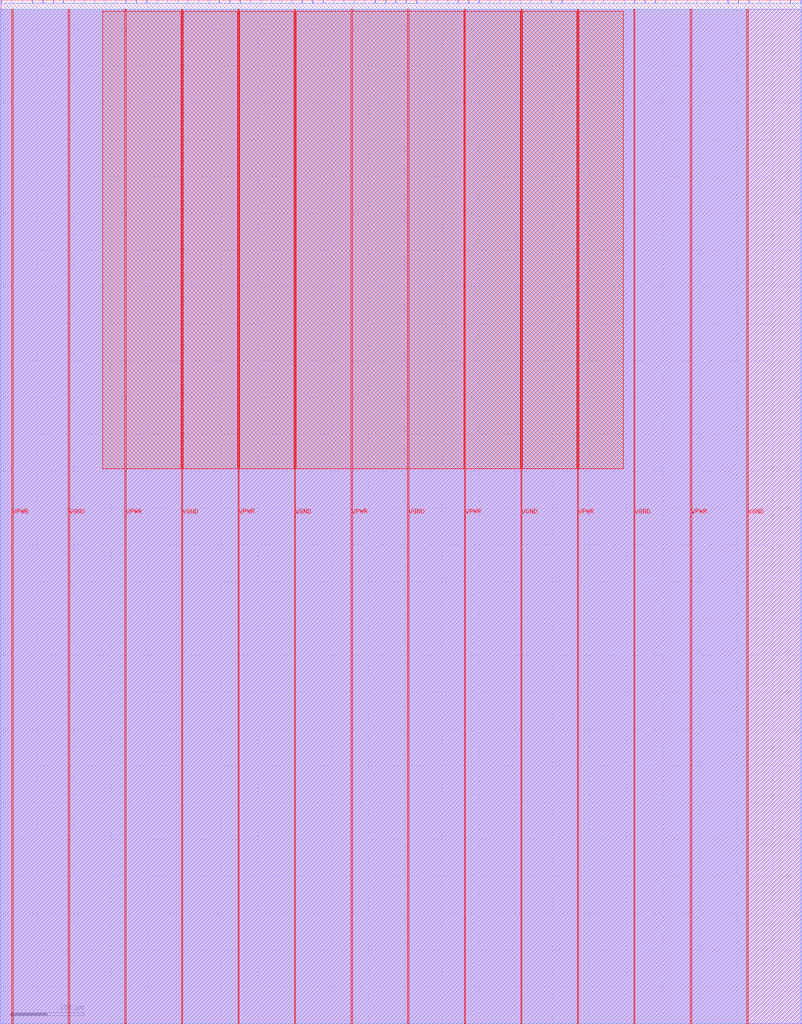
<source format=lef>
VERSION 5.7 ;
  NOWIREEXTENSIONATPIN ON ;
  DIVIDERCHAR "/" ;
  BUSBITCHARS "[]" ;
MACRO DFFRAM
  CLASS BLOCK ;
  FOREIGN DFFRAM ;
  ORIGIN 0.000 0.000 ;
  SIZE 1089.200 BY 1389.360 ;
  PIN A[0]
    DIRECTION INPUT ;
    USE SIGNAL ;
    PORT
      LAYER met2 ;
        RECT 452.460 1385.360 452.740 1389.360 ;
    END
  END A[0]
  PIN A[1]
    DIRECTION INPUT ;
    USE SIGNAL ;
    PORT
      LAYER met2 ;
        RECT 466.720 1385.360 467.000 1389.360 ;
    END
  END A[1]
  PIN A[2]
    DIRECTION INPUT ;
    USE SIGNAL ;
    PORT
      LAYER met2 ;
        RECT 480.980 1385.360 481.260 1389.360 ;
    END
  END A[2]
  PIN A[3]
    DIRECTION INPUT ;
    USE SIGNAL ;
    PORT
      LAYER met2 ;
        RECT 494.780 1385.360 495.060 1389.360 ;
    END
  END A[3]
  PIN A[4]
    DIRECTION INPUT ;
    USE SIGNAL ;
    PORT
      LAYER met2 ;
        RECT 509.040 1385.360 509.320 1389.360 ;
    END
  END A[4]
  PIN A[5]
    DIRECTION INPUT ;
    USE SIGNAL ;
    PORT
      LAYER met2 ;
        RECT 523.300 1385.360 523.580 1389.360 ;
    END
  END A[5]
  PIN A[6]
    DIRECTION INPUT ;
    USE SIGNAL ;
    PORT
      LAYER met2 ;
        RECT 537.100 1385.360 537.380 1389.360 ;
    END
  END A[6]
  PIN A[7]
    DIRECTION INPUT ;
    USE SIGNAL ;
    PORT
      LAYER met2 ;
        RECT 551.360 1385.360 551.640 1389.360 ;
    END
  END A[7]
  PIN CLK
    DIRECTION INPUT ;
    USE SIGNAL ;
    PORT
      LAYER met2 ;
        RECT 565.620 1385.360 565.900 1389.360 ;
    END
  END CLK
  PIN Di[0]
    DIRECTION INPUT ;
    USE SIGNAL ;
    PORT
      LAYER met2 ;
        RECT 650.260 1385.360 650.540 1389.360 ;
    END
  END Di[0]
  PIN Di[10]
    DIRECTION INPUT ;
    USE SIGNAL ;
    PORT
      LAYER met2 ;
        RECT 791.020 1385.360 791.300 1389.360 ;
    END
  END Di[10]
  PIN Di[11]
    DIRECTION INPUT ;
    USE SIGNAL ;
    PORT
      LAYER met2 ;
        RECT 805.280 1385.360 805.560 1389.360 ;
    END
  END Di[11]
  PIN Di[12]
    DIRECTION INPUT ;
    USE SIGNAL ;
    PORT
      LAYER met2 ;
        RECT 819.080 1385.360 819.360 1389.360 ;
    END
  END Di[12]
  PIN Di[13]
    DIRECTION INPUT ;
    USE SIGNAL ;
    PORT
      LAYER met2 ;
        RECT 833.340 1385.360 833.620 1389.360 ;
    END
  END Di[13]
  PIN Di[14]
    DIRECTION INPUT ;
    USE SIGNAL ;
    PORT
      LAYER met2 ;
        RECT 847.600 1385.360 847.880 1389.360 ;
    END
  END Di[14]
  PIN Di[15]
    DIRECTION INPUT ;
    USE SIGNAL ;
    PORT
      LAYER met2 ;
        RECT 861.400 1385.360 861.680 1389.360 ;
    END
  END Di[15]
  PIN Di[16]
    DIRECTION INPUT ;
    USE SIGNAL ;
    PORT
      LAYER met2 ;
        RECT 875.660 1385.360 875.940 1389.360 ;
    END
  END Di[16]
  PIN Di[17]
    DIRECTION INPUT ;
    USE SIGNAL ;
    PORT
      LAYER met2 ;
        RECT 889.920 1385.360 890.200 1389.360 ;
    END
  END Di[17]
  PIN Di[18]
    DIRECTION INPUT ;
    USE SIGNAL ;
    PORT
      LAYER met2 ;
        RECT 903.720 1385.360 904.000 1389.360 ;
    END
  END Di[18]
  PIN Di[19]
    DIRECTION INPUT ;
    USE SIGNAL ;
    PORT
      LAYER met2 ;
        RECT 917.980 1385.360 918.260 1389.360 ;
    END
  END Di[19]
  PIN Di[1]
    DIRECTION INPUT ;
    USE SIGNAL ;
    PORT
      LAYER met2 ;
        RECT 664.060 1385.360 664.340 1389.360 ;
    END
  END Di[1]
  PIN Di[20]
    DIRECTION INPUT ;
    USE SIGNAL ;
    PORT
      LAYER met2 ;
        RECT 932.240 1385.360 932.520 1389.360 ;
    END
  END Di[20]
  PIN Di[21]
    DIRECTION INPUT ;
    USE SIGNAL ;
    PORT
      LAYER met2 ;
        RECT 946.040 1385.360 946.320 1389.360 ;
    END
  END Di[21]
  PIN Di[22]
    DIRECTION INPUT ;
    USE SIGNAL ;
    PORT
      LAYER met2 ;
        RECT 960.300 1385.360 960.580 1389.360 ;
    END
  END Di[22]
  PIN Di[23]
    DIRECTION INPUT ;
    USE SIGNAL ;
    PORT
      LAYER met2 ;
        RECT 974.560 1385.360 974.840 1389.360 ;
    END
  END Di[23]
  PIN Di[24]
    DIRECTION INPUT ;
    USE SIGNAL ;
    PORT
      LAYER met2 ;
        RECT 988.360 1385.360 988.640 1389.360 ;
    END
  END Di[24]
  PIN Di[25]
    DIRECTION INPUT ;
    USE SIGNAL ;
    PORT
      LAYER met2 ;
        RECT 1002.620 1385.360 1002.900 1389.360 ;
    END
  END Di[25]
  PIN Di[26]
    DIRECTION INPUT ;
    USE SIGNAL ;
    PORT
      LAYER met2 ;
        RECT 1016.880 1385.360 1017.160 1389.360 ;
    END
  END Di[26]
  PIN Di[27]
    DIRECTION INPUT ;
    USE SIGNAL ;
    PORT
      LAYER met2 ;
        RECT 1030.680 1385.360 1030.960 1389.360 ;
    END
  END Di[27]
  PIN Di[28]
    DIRECTION INPUT ;
    USE SIGNAL ;
    PORT
      LAYER met2 ;
        RECT 1044.940 1385.360 1045.220 1389.360 ;
    END
  END Di[28]
  PIN Di[29]
    DIRECTION INPUT ;
    USE SIGNAL ;
    PORT
      LAYER met2 ;
        RECT 1059.200 1385.360 1059.480 1389.360 ;
    END
  END Di[29]
  PIN Di[2]
    DIRECTION INPUT ;
    USE SIGNAL ;
    PORT
      LAYER met2 ;
        RECT 678.320 1385.360 678.600 1389.360 ;
    END
  END Di[2]
  PIN Di[30]
    DIRECTION INPUT ;
    USE SIGNAL ;
    PORT
      LAYER met2 ;
        RECT 1073.000 1385.360 1073.280 1389.360 ;
    END
  END Di[30]
  PIN Di[31]
    DIRECTION INPUT ;
    USE SIGNAL ;
    PORT
      LAYER met2 ;
        RECT 1087.260 1385.360 1087.540 1389.360 ;
    END
  END Di[31]
  PIN Di[3]
    DIRECTION INPUT ;
    USE SIGNAL ;
    PORT
      LAYER met2 ;
        RECT 692.580 1385.360 692.860 1389.360 ;
    END
  END Di[3]
  PIN Di[4]
    DIRECTION INPUT ;
    USE SIGNAL ;
    PORT
      LAYER met2 ;
        RECT 706.380 1385.360 706.660 1389.360 ;
    END
  END Di[4]
  PIN Di[5]
    DIRECTION INPUT ;
    USE SIGNAL ;
    PORT
      LAYER met2 ;
        RECT 720.640 1385.360 720.920 1389.360 ;
    END
  END Di[5]
  PIN Di[6]
    DIRECTION INPUT ;
    USE SIGNAL ;
    PORT
      LAYER met2 ;
        RECT 734.900 1385.360 735.180 1389.360 ;
    END
  END Di[6]
  PIN Di[7]
    DIRECTION INPUT ;
    USE SIGNAL ;
    PORT
      LAYER met2 ;
        RECT 748.700 1385.360 748.980 1389.360 ;
    END
  END Di[7]
  PIN Di[8]
    DIRECTION INPUT ;
    USE SIGNAL ;
    PORT
      LAYER met2 ;
        RECT 762.960 1385.360 763.240 1389.360 ;
    END
  END Di[8]
  PIN Di[9]
    DIRECTION INPUT ;
    USE SIGNAL ;
    PORT
      LAYER met2 ;
        RECT 776.760 1385.360 777.040 1389.360 ;
    END
  END Di[9]
  PIN Do[0]
    DIRECTION OUTPUT TRISTATE ;
    USE SIGNAL ;
    PORT
      LAYER met2 ;
        RECT 1.660 1385.360 1.940 1389.360 ;
    END
  END Do[0]
  PIN Do[10]
    DIRECTION OUTPUT TRISTATE ;
    USE SIGNAL ;
    PORT
      LAYER met2 ;
        RECT 142.420 1385.360 142.700 1389.360 ;
    END
  END Do[10]
  PIN Do[11]
    DIRECTION OUTPUT TRISTATE ;
    USE SIGNAL ;
    PORT
      LAYER met2 ;
        RECT 156.680 1385.360 156.960 1389.360 ;
    END
  END Do[11]
  PIN Do[12]
    DIRECTION OUTPUT TRISTATE ;
    USE SIGNAL ;
    PORT
      LAYER met2 ;
        RECT 170.480 1385.360 170.760 1389.360 ;
    END
  END Do[12]
  PIN Do[13]
    DIRECTION OUTPUT TRISTATE ;
    USE SIGNAL ;
    PORT
      LAYER met2 ;
        RECT 184.740 1385.360 185.020 1389.360 ;
    END
  END Do[13]
  PIN Do[14]
    DIRECTION OUTPUT TRISTATE ;
    USE SIGNAL ;
    PORT
      LAYER met2 ;
        RECT 199.000 1385.360 199.280 1389.360 ;
    END
  END Do[14]
  PIN Do[15]
    DIRECTION OUTPUT TRISTATE ;
    USE SIGNAL ;
    PORT
      LAYER met2 ;
        RECT 212.800 1385.360 213.080 1389.360 ;
    END
  END Do[15]
  PIN Do[16]
    DIRECTION OUTPUT TRISTATE ;
    USE SIGNAL ;
    PORT
      LAYER met2 ;
        RECT 227.060 1385.360 227.340 1389.360 ;
    END
  END Do[16]
  PIN Do[17]
    DIRECTION OUTPUT TRISTATE ;
    USE SIGNAL ;
    PORT
      LAYER met2 ;
        RECT 241.320 1385.360 241.600 1389.360 ;
    END
  END Do[17]
  PIN Do[18]
    DIRECTION OUTPUT TRISTATE ;
    USE SIGNAL ;
    PORT
      LAYER met2 ;
        RECT 255.120 1385.360 255.400 1389.360 ;
    END
  END Do[18]
  PIN Do[19]
    DIRECTION OUTPUT TRISTATE ;
    USE SIGNAL ;
    PORT
      LAYER met2 ;
        RECT 269.380 1385.360 269.660 1389.360 ;
    END
  END Do[19]
  PIN Do[1]
    DIRECTION OUTPUT TRISTATE ;
    USE SIGNAL ;
    PORT
      LAYER met2 ;
        RECT 15.460 1385.360 15.740 1389.360 ;
    END
  END Do[1]
  PIN Do[20]
    DIRECTION OUTPUT TRISTATE ;
    USE SIGNAL ;
    PORT
      LAYER met2 ;
        RECT 283.640 1385.360 283.920 1389.360 ;
    END
  END Do[20]
  PIN Do[21]
    DIRECTION OUTPUT TRISTATE ;
    USE SIGNAL ;
    PORT
      LAYER met2 ;
        RECT 297.440 1385.360 297.720 1389.360 ;
    END
  END Do[21]
  PIN Do[22]
    DIRECTION OUTPUT TRISTATE ;
    USE SIGNAL ;
    PORT
      LAYER met2 ;
        RECT 311.700 1385.360 311.980 1389.360 ;
    END
  END Do[22]
  PIN Do[23]
    DIRECTION OUTPUT TRISTATE ;
    USE SIGNAL ;
    PORT
      LAYER met2 ;
        RECT 325.960 1385.360 326.240 1389.360 ;
    END
  END Do[23]
  PIN Do[24]
    DIRECTION OUTPUT TRISTATE ;
    USE SIGNAL ;
    PORT
      LAYER met2 ;
        RECT 339.760 1385.360 340.040 1389.360 ;
    END
  END Do[24]
  PIN Do[25]
    DIRECTION OUTPUT TRISTATE ;
    USE SIGNAL ;
    PORT
      LAYER met2 ;
        RECT 354.020 1385.360 354.300 1389.360 ;
    END
  END Do[25]
  PIN Do[26]
    DIRECTION OUTPUT TRISTATE ;
    USE SIGNAL ;
    PORT
      LAYER met2 ;
        RECT 368.280 1385.360 368.560 1389.360 ;
    END
  END Do[26]
  PIN Do[27]
    DIRECTION OUTPUT TRISTATE ;
    USE SIGNAL ;
    PORT
      LAYER met2 ;
        RECT 382.080 1385.360 382.360 1389.360 ;
    END
  END Do[27]
  PIN Do[28]
    DIRECTION OUTPUT TRISTATE ;
    USE SIGNAL ;
    PORT
      LAYER met2 ;
        RECT 396.340 1385.360 396.620 1389.360 ;
    END
  END Do[28]
  PIN Do[29]
    DIRECTION OUTPUT TRISTATE ;
    USE SIGNAL ;
    PORT
      LAYER met2 ;
        RECT 410.140 1385.360 410.420 1389.360 ;
    END
  END Do[29]
  PIN Do[2]
    DIRECTION OUTPUT TRISTATE ;
    USE SIGNAL ;
    PORT
      LAYER met2 ;
        RECT 29.720 1385.360 30.000 1389.360 ;
    END
  END Do[2]
  PIN Do[30]
    DIRECTION OUTPUT TRISTATE ;
    USE SIGNAL ;
    PORT
      LAYER met2 ;
        RECT 424.400 1385.360 424.680 1389.360 ;
    END
  END Do[30]
  PIN Do[31]
    DIRECTION OUTPUT TRISTATE ;
    USE SIGNAL ;
    PORT
      LAYER met2 ;
        RECT 438.660 1385.360 438.940 1389.360 ;
    END
  END Do[31]
  PIN Do[3]
    DIRECTION OUTPUT TRISTATE ;
    USE SIGNAL ;
    PORT
      LAYER met2 ;
        RECT 43.520 1385.360 43.800 1389.360 ;
    END
  END Do[3]
  PIN Do[4]
    DIRECTION OUTPUT TRISTATE ;
    USE SIGNAL ;
    PORT
      LAYER met2 ;
        RECT 57.780 1385.360 58.060 1389.360 ;
    END
  END Do[4]
  PIN Do[5]
    DIRECTION OUTPUT TRISTATE ;
    USE SIGNAL ;
    PORT
      LAYER met2 ;
        RECT 72.040 1385.360 72.320 1389.360 ;
    END
  END Do[5]
  PIN Do[6]
    DIRECTION OUTPUT TRISTATE ;
    USE SIGNAL ;
    PORT
      LAYER met2 ;
        RECT 85.840 1385.360 86.120 1389.360 ;
    END
  END Do[6]
  PIN Do[7]
    DIRECTION OUTPUT TRISTATE ;
    USE SIGNAL ;
    PORT
      LAYER met2 ;
        RECT 100.100 1385.360 100.380 1389.360 ;
    END
  END Do[7]
  PIN Do[8]
    DIRECTION OUTPUT TRISTATE ;
    USE SIGNAL ;
    PORT
      LAYER met2 ;
        RECT 114.360 1385.360 114.640 1389.360 ;
    END
  END Do[8]
  PIN Do[9]
    DIRECTION OUTPUT TRISTATE ;
    USE SIGNAL ;
    PORT
      LAYER met2 ;
        RECT 128.160 1385.360 128.440 1389.360 ;
    END
  END Do[9]
  PIN EN
    DIRECTION INPUT ;
    USE SIGNAL ;
    PORT
      LAYER met2 ;
        RECT 636.000 1385.360 636.280 1389.360 ;
    END
  END EN
  PIN WE[0]
    DIRECTION INPUT ;
    USE SIGNAL ;
    PORT
      LAYER met2 ;
        RECT 579.420 1385.360 579.700 1389.360 ;
    END
  END WE[0]
  PIN WE[1]
    DIRECTION INPUT ;
    USE SIGNAL ;
    PORT
      LAYER met2 ;
        RECT 593.680 1385.360 593.960 1389.360 ;
    END
  END WE[1]
  PIN WE[2]
    DIRECTION INPUT ;
    USE SIGNAL ;
    PORT
      LAYER met2 ;
        RECT 607.940 1385.360 608.220 1389.360 ;
    END
  END WE[2]
  PIN WE[3]
    DIRECTION INPUT ;
    USE SIGNAL ;
    PORT
      LAYER met2 ;
        RECT 621.740 1385.360 622.020 1389.360 ;
    END
  END WE[3]
  PIN VPWR
    DIRECTION INOUT ;
    USE POWER ;
    PORT
      LAYER met4 ;
        RECT 937.310 0.000 938.910 1376.800 ;
    END
  END VPWR
  PIN VPWR
    DIRECTION INOUT ;
    USE POWER ;
    PORT
      LAYER met4 ;
        RECT 783.710 0.000 785.310 1376.800 ;
    END
  END VPWR
  PIN VPWR
    DIRECTION INOUT ;
    USE POWER ;
    PORT
      LAYER met4 ;
        RECT 630.110 0.000 631.710 1376.800 ;
    END
  END VPWR
  PIN VPWR
    DIRECTION INOUT ;
    USE POWER ;
    PORT
      LAYER met4 ;
        RECT 476.510 0.000 478.110 1376.800 ;
    END
  END VPWR
  PIN VPWR
    DIRECTION INOUT ;
    USE POWER ;
    PORT
      LAYER met4 ;
        RECT 322.910 0.000 324.510 1376.800 ;
    END
  END VPWR
  PIN VPWR
    DIRECTION INOUT ;
    USE POWER ;
    PORT
      LAYER met4 ;
        RECT 169.310 0.000 170.910 1376.800 ;
    END
  END VPWR
  PIN VPWR
    DIRECTION INOUT ;
    USE POWER ;
    PORT
      LAYER met4 ;
        RECT 15.710 0.000 17.310 1376.800 ;
    END
  END VPWR
  PIN VGND
    DIRECTION INOUT ;
    USE GROUND ;
    PORT
      LAYER met4 ;
        RECT 1014.110 0.000 1015.710 1376.800 ;
    END
  END VGND
  PIN VGND
    DIRECTION INOUT ;
    USE GROUND ;
    PORT
      LAYER met4 ;
        RECT 860.510 0.000 862.110 1376.800 ;
    END
  END VGND
  PIN VGND
    DIRECTION INOUT ;
    USE GROUND ;
    PORT
      LAYER met4 ;
        RECT 706.910 0.000 708.510 1376.800 ;
    END
  END VGND
  PIN VGND
    DIRECTION INOUT ;
    USE GROUND ;
    PORT
      LAYER met4 ;
        RECT 553.310 0.000 554.910 1376.800 ;
    END
  END VGND
  PIN VGND
    DIRECTION INOUT ;
    USE GROUND ;
    PORT
      LAYER met4 ;
        RECT 399.710 0.000 401.310 1376.800 ;
    END
  END VGND
  PIN VGND
    DIRECTION INOUT ;
    USE GROUND ;
    PORT
      LAYER met4 ;
        RECT 246.110 0.000 247.710 1376.800 ;
    END
  END VGND
  PIN VGND
    DIRECTION INOUT ;
    USE GROUND ;
    PORT
      LAYER met4 ;
        RECT 92.510 0.000 94.110 1376.800 ;
    END
  END VGND
  OBS
      LAYER li1 ;
        RECT 0.190 0.155 1089.010 1376.645 ;
      LAYER met1 ;
        RECT 0.190 0.000 1089.010 1377.200 ;
      LAYER met2 ;
        RECT 2.220 1385.080 15.180 1385.360 ;
        RECT 16.020 1385.080 29.440 1385.360 ;
        RECT 30.280 1385.080 43.240 1385.360 ;
        RECT 44.080 1385.080 57.500 1385.360 ;
        RECT 58.340 1385.080 71.760 1385.360 ;
        RECT 72.600 1385.080 85.560 1385.360 ;
        RECT 86.400 1385.080 99.820 1385.360 ;
        RECT 100.660 1385.080 114.080 1385.360 ;
        RECT 114.920 1385.080 127.880 1385.360 ;
        RECT 128.720 1385.080 142.140 1385.360 ;
        RECT 142.980 1385.080 156.400 1385.360 ;
        RECT 157.240 1385.080 170.200 1385.360 ;
        RECT 171.040 1385.080 184.460 1385.360 ;
        RECT 185.300 1385.080 198.720 1385.360 ;
        RECT 199.560 1385.080 212.520 1385.360 ;
        RECT 213.360 1385.080 226.780 1385.360 ;
        RECT 227.620 1385.080 241.040 1385.360 ;
        RECT 241.880 1385.080 254.840 1385.360 ;
        RECT 255.680 1385.080 269.100 1385.360 ;
        RECT 269.940 1385.080 283.360 1385.360 ;
        RECT 284.200 1385.080 297.160 1385.360 ;
        RECT 298.000 1385.080 311.420 1385.360 ;
        RECT 312.260 1385.080 325.680 1385.360 ;
        RECT 326.520 1385.080 339.480 1385.360 ;
        RECT 340.320 1385.080 353.740 1385.360 ;
        RECT 354.580 1385.080 368.000 1385.360 ;
        RECT 368.840 1385.080 381.800 1385.360 ;
        RECT 382.640 1385.080 396.060 1385.360 ;
        RECT 396.900 1385.080 409.860 1385.360 ;
        RECT 410.700 1385.080 424.120 1385.360 ;
        RECT 424.960 1385.080 438.380 1385.360 ;
        RECT 439.220 1385.080 452.180 1385.360 ;
        RECT 453.020 1385.080 466.440 1385.360 ;
        RECT 467.280 1385.080 480.700 1385.360 ;
        RECT 481.540 1385.080 494.500 1385.360 ;
        RECT 495.340 1385.080 508.760 1385.360 ;
        RECT 509.600 1385.080 523.020 1385.360 ;
        RECT 523.860 1385.080 536.820 1385.360 ;
        RECT 537.660 1385.080 551.080 1385.360 ;
        RECT 551.920 1385.080 565.340 1385.360 ;
        RECT 566.180 1385.080 579.140 1385.360 ;
        RECT 579.980 1385.080 593.400 1385.360 ;
        RECT 594.240 1385.080 607.660 1385.360 ;
        RECT 608.500 1385.080 621.460 1385.360 ;
        RECT 622.300 1385.080 635.720 1385.360 ;
        RECT 636.560 1385.080 649.980 1385.360 ;
        RECT 650.820 1385.080 663.780 1385.360 ;
        RECT 664.620 1385.080 678.040 1385.360 ;
        RECT 678.880 1385.080 692.300 1385.360 ;
        RECT 693.140 1385.080 706.100 1385.360 ;
        RECT 706.940 1385.080 720.360 1385.360 ;
        RECT 721.200 1385.080 734.620 1385.360 ;
        RECT 735.460 1385.080 748.420 1385.360 ;
        RECT 749.260 1385.080 762.680 1385.360 ;
        RECT 763.520 1385.080 776.480 1385.360 ;
        RECT 777.320 1385.080 790.740 1385.360 ;
        RECT 791.580 1385.080 805.000 1385.360 ;
        RECT 805.840 1385.080 818.800 1385.360 ;
        RECT 819.640 1385.080 833.060 1385.360 ;
        RECT 833.900 1385.080 847.320 1385.360 ;
        RECT 848.160 1385.080 861.120 1385.360 ;
        RECT 861.960 1385.080 875.380 1385.360 ;
        RECT 876.220 1385.080 889.640 1385.360 ;
        RECT 890.480 1385.080 903.440 1385.360 ;
        RECT 904.280 1385.080 917.700 1385.360 ;
        RECT 918.540 1385.080 931.960 1385.360 ;
        RECT 932.800 1385.080 945.760 1385.360 ;
        RECT 946.600 1385.080 960.020 1385.360 ;
        RECT 960.860 1385.080 974.280 1385.360 ;
        RECT 975.120 1385.080 988.080 1385.360 ;
        RECT 988.920 1385.080 1002.340 1385.360 ;
        RECT 1003.180 1385.080 1016.600 1385.360 ;
        RECT 1017.440 1385.080 1030.400 1385.360 ;
        RECT 1031.240 1385.080 1044.660 1385.360 ;
        RECT 1045.500 1385.080 1058.920 1385.360 ;
        RECT 1059.760 1385.080 1072.720 1385.360 ;
        RECT 1073.560 1385.080 1086.980 1385.360 ;
        RECT 1.670 0.000 1087.530 1385.080 ;
      LAYER met3 ;
        RECT 4.395 0.075 1015.710 1376.725 ;
      LAYER met4 ;
        RECT 139.405 753.175 168.910 1374.345 ;
        RECT 171.310 753.175 245.710 1374.345 ;
        RECT 248.110 753.175 322.510 1374.345 ;
        RECT 324.910 753.175 399.310 1374.345 ;
        RECT 401.710 753.175 476.110 1374.345 ;
        RECT 478.510 753.175 552.910 1374.345 ;
        RECT 555.310 753.175 629.710 1374.345 ;
        RECT 632.110 753.175 706.510 1374.345 ;
        RECT 708.910 753.175 783.310 1374.345 ;
        RECT 785.710 753.175 846.295 1374.345 ;
  END
END DFFRAM
END LIBRARY


</source>
